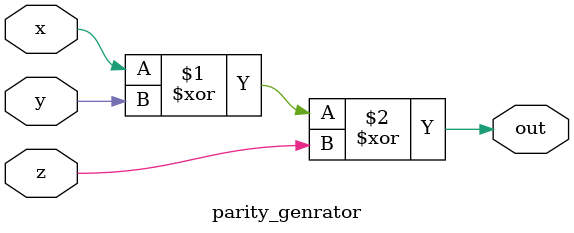
<source format=v>
`timescale 1ns / 1ps


module parity_genrator(
    input x,
    input y,
    input z,
    output out
    );
    
    xor (out,x,y,z);
   
endmodule

</source>
